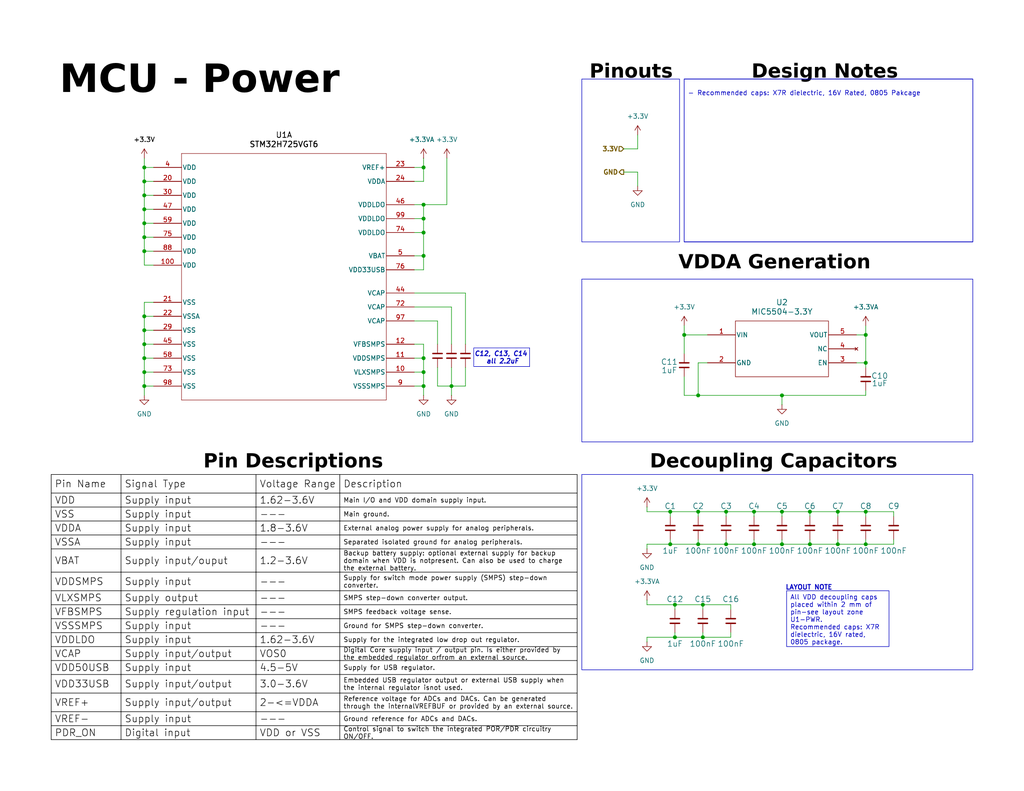
<source format=kicad_sch>
(kicad_sch (version 20250114) (generator "eeschema") (generator_version "9.0")
  (paper "USLetter")
  (title_block (title "${BOARD_NAME}") (date "2025-04-07") (rev "${REVISION}") (company "${DESIGNER}"))
  (lib_symbols
    (symbol "local-cap:Kemet-0805-Cap" (pin_names (offset 0.254))
      (property "Reference" "C" (at 3.048 2.54 0))
      (property "Value" "val" (at 3.048 -2.54 0))
      (symbol "Kemet-0805-Cap_1_1"
        (polyline (pts (xy 2.54 -1.27) (xy 2.54 1.27)) (stroke (width 0.381)))
        (polyline (pts (xy 3.81 -1.27) (xy 3.81 1.27)) (stroke (width 0.381)))
        (pin bidirectional line (at 0 0 0) (length 2.54) (name "") (number "1"))
        (pin bidirectional line (at 6.35 0 180) (length 2.54) (name "") (number "2"))
      )
      (symbol "Kemet-0805-Cap_1_2"
        (polyline (pts (xy -1.905 -3.4798) (xy 1.905 -3.4798)) (stroke (width 0.2032)))
        (polyline (pts (xy -1.905 -4.1148) (xy 1.905 -4.1148)) (stroke (width 0.2032)))
        (polyline (pts (xy 0 -2.54) (xy 0 -3.4798)) (stroke (width 0.2032)))
        (polyline (pts (xy 0 -4.1148) (xy 0 -5.08)) (stroke (width 0.2032)))
        (pin unspecified line (at 0 0 270) (length 2.54) (name "") (number "1"))
        (pin unspecified line (at 0 -7.62 90) (length 2.54) (name "") (number "2"))
      )
    )
    (symbol "local-ldo:MIC5504-3.3YM5-TR" (pin_names (offset 0.254))
      (property "Reference" "U" (at 20.32 3.81 0))
      (property "Value" "MIC5504-3.3Y" (at 20.32 1.27 0))
      (symbol "MIC5504-3.3YM5-TR_0_1"
        (pin input line (at 0 -3.81 0) (length 7.62) (name "VIN") (number "1"))
        (pin power_in line (at 0 -11.43 0) (length 7.62) (name "GND") (number "2"))
        (pin output line (at 40.64 -3.81 180) (length 7.62) (name "VOUT") (number "5"))
        (pin no_connect line (at 40.64 -7.62 180) (length 7.62) (name "NC") (number "4"))
        (pin input line (at 40.64 -11.43 180) (length 7.62) (name "EN") (number "3"))
      )
      (symbol "MIC5504-3.3YM5-TR_1_1"
        (rectangle (start 7.62 0) (end 33.02 -15.24))
      )
    )
    (symbol "local-mcu:STM32H725VGT6" (pin_names (offset 0.254))
      (property "Reference" "U" (at 28.194 4.318 0))
      (property "Value" "STM32H725VGT6" (at 28.194 1.778 0))
      (symbol "STM32H725VGT6_1_1"
        (polyline (pts (xy 0 0) (xy 0 -67.31)) (stroke (width 0.127)))
        (polyline (pts (xy 0 -67.31) (xy 55.88 -67.31)) (stroke (width 0.127)))
        (polyline (pts (xy 55.88 0) (xy 0 0)) (stroke (width 0.127)))
        (polyline (pts (xy 55.88 -67.31) (xy 55.88 0)) (stroke (width 0.127)))
        (pin power_in line (at -7.62 -3.81 0) (length 7.62) (name "VDD") (number "4"))
        (pin power_in line (at -7.62 -7.62 0) (length 7.62) (name "VDD") (number "20"))
        (pin power_in line (at -7.62 -11.43 0) (length 7.62) (name "VDD") (number "30"))
        (pin power_in line (at -7.62 -15.24 0) (length 7.62) (name "VDD") (number "47"))
        (pin power_in line (at -7.62 -19.05 0) (length 7.62) (name "VDD") (number "59"))
        (pin power_in line (at -7.62 -22.86 0) (length 7.62) (name "VDD") (number "75"))
        (pin power_in line (at -7.62 -26.67 0) (length 7.62) (name "VDD") (number "88"))
        (pin power_in line (at -7.62 -30.48 0) (length 7.62) (name "VDD") (number "100"))
        (pin power_out line (at -7.62 -40.64 0) (length 7.62) (name "VSS") (number "21"))
        (pin power_out line (at -7.62 -44.45 0) (length 7.62) (name "VSSA") (number "22"))
        (pin power_out line (at -7.62 -48.26 0) (length 7.62) (name "VSS") (number "29"))
        (pin power_out line (at -7.62 -52.07 0) (length 7.62) (name "VSS") (number "45"))
        (pin power_out line (at -7.62 -55.88 0) (length 7.62) (name "VSS") (number "58"))
        (pin power_out line (at -7.62 -59.69 0) (length 7.62) (name "VSS") (number "73"))
        (pin power_out line (at -7.62 -63.5 0) (length 7.62) (name "VSS") (number "98"))
        (pin power_in line (at 63.5 -3.81 180) (length 7.62) (name "VREF+") (number "23"))
        (pin power_in line (at 63.5 -7.62 180) (length 7.62) (name "VDDA") (number "24"))
        (pin power_in line (at 63.5 -13.97 180) (length 7.62) (name "VDDLDO") (number "46"))
        (pin power_in line (at 63.5 -17.78 180) (length 7.62) (name "VDDLDO") (number "99"))
        (pin power_in line (at 63.5 -21.59 180) (length 7.62) (name "VDDLDO") (number "74"))
        (pin power_in line (at 63.5 -27.94 180) (length 7.62) (name "VBAT") (number "5"))
        (pin power_in line (at 63.5 -31.75 180) (length 7.62) (name "VDD33USB") (number "76"))
        (pin power_in line (at 63.5 -38.1 180) (length 7.62) (name "VCAP") (number "44"))
        (pin power_in line (at 63.5 -41.91 180) (length 7.62) (name "VCAP") (number "72"))
        (pin power_in line (at 63.5 -45.72 180) (length 7.62) (name "VCAP") (number "97"))
        (pin power_in line (at 63.5 -52.07 180) (length 7.62) (name "VFBSMPS") (number "12"))
        (pin power_in line (at 63.5 -55.88 180) (length 7.62) (name "VDDSMPS") (number "11"))
        (pin power_in line (at 63.5 -59.69 180) (length 7.62) (name "VLXSMPS") (number "10"))
        (pin power_out line (at 63.5 -63.5 180) (length 7.62) (name "VSSSMPS") (number "9"))
      )
      (symbol "STM32H725VGT6_2_1"
        (rectangle (start 7.62 0) (end 45.72 -21.59))
        (pin bidirectional line (at 0 -3.81 0) (length 7.62) (name "PC14-OSC32_IN") (number "7"))
        (pin bidirectional line (at 0 -7.62 0) (length 7.62) (name "PC15-OSC32_OUT") (number "8"))
        (pin bidirectional line (at 0 -13.97 0) (length 7.62) (name "PH0-OSC_IN") (number "13"))
        (pin bidirectional line (at 0 -17.78 0) (length 7.62) (name "PH1-OSC_OUT") (number "14"))
        (pin input line (at 53.34 -3.81 180) (length 7.62) (name "BOOT0") (number "94"))
        (pin bidirectional line (at 53.34 -7.62 180) (length 7.62) (name "NRST") (number "15"))
        (pin bidirectional line (at 71.12 -58.42 180) (length 7.62) (name "SWCLK-PA14") (number "77"))
        (pin bidirectional line (at 71.12 -73.66 180) (length 7.62) (name "SWDIO-PA13") (number "71"))
        (pin bidirectional line (at 71.12 -86.36 180) (length 7.62) (name "MCO1-PA8") (number "66"))
        (pin bidirectional line (at 71.12 -88.9 180) (length 7.62) (name "I2S_CKIN-MCO2-PC9") (number "65"))
      )
      (symbol "STM32H725VGT6_3_1"
        (pin bidirectional line (at 0 0 0) (length 7.62) (name "PE2") (number "1"))
        (pin bidirectional line (at 0 -2.54 0) (length 7.62) (name "PE4") (number "2"))
        (pin bidirectional line (at 0 -5.08 0) (length 7.62) (name "PE5") (number "3"))
        (pin bidirectional line (at 0 -12.7 0) (length 7.62) (name "PC13") (number "6"))
        (pin bidirectional line (at 0 -38.1 0) (length 7.62) (name "PC0") (number "16"))
        (pin bidirectional line (at 0 -40.64 0) (length 7.62) (name "PC1") (number "17"))
        (pin bidirectional line (at 0 -43.18 0) (length 7.62) (name "PC2_C") (number "18"))
        (pin bidirectional line (at 0 -45.72 0) (length 7.62) (name "PC3_C") (number "19"))
        (pin bidirectional line (at 0 -60.96 0) (length 7.62) (name "PA0") (number "25"))
        (pin bidirectional line (at 0 -63.5 0) (length 7.62) (name "PA1") (number "26"))
        (pin bidirectional line (at 0 -66.04 0) (length 7.62) (name "PA2") (number "27"))
        (pin bidirectional line (at 0 -68.58 0) (length 7.62) (name "PA3") (number "28"))
        (pin bidirectional line (at 0 -76.2 0) (length 7.62) (name "PA4") (number "31"))
        (pin bidirectional line (at 0 -78.74 0) (length 7.62) (name "PA5") (number "32"))
        (pin bidirectional line (at 0 -81.28 0) (length 7.62) (name "PA6") (number "33"))
        (pin bidirectional line (at 0 -83.82 0) (length 7.62) (name "PA7") (number "34"))
        (pin bidirectional line (at 0 -86.36 0) (length 7.62) (name "PC4") (number "35"))
        (pin bidirectional line (at 0 -88.9 0) (length 7.62) (name "PC5") (number "36"))
        (pin bidirectional line (at 0 -91.44 0) (length 7.62) (name "PB0") (number "37"))
        (pin bidirectional line (at 0 -93.98 0) (length 7.62) (name "PB1") (number "38"))
        (pin bidirectional line (at 0 -96.52 0) (length 7.62) (name "PB2") (number "39"))
        (pin bidirectional line (at 0 -99.06 0) (length 7.62) (name "PE7") (number "40"))
        (pin bidirectional line (at 0 -101.6 0) (length 7.62) (name "PE8") (number "41"))
        (pin bidirectional line (at 0 -104.14 0) (length 7.62) (name "PB10") (number "42"))
        (pin bidirectional line (at 0 -106.68 0) (length 7.62) (name "PB11") (number "43"))
        (pin bidirectional line (at 0 -119.38 0) (length 7.62) (name "PB12") (number "48"))
        (pin bidirectional line (at 0 -121.92 0) (length 7.62) (name "PB13") (number "49"))
        (pin bidirectional line (at 0 -124.46 0) (length 7.62) (name "PB14") (number "50"))
        (pin bidirectional line (at 71.12 -10.16 180) (length 7.62) (name "PB9") (number "96"))
        (pin bidirectional line (at 71.12 -12.7 180) (length 7.62) (name "PB8") (number "95"))
        (pin bidirectional line (at 71.12 -17.78 180) (length 7.62) (name "PB7") (number "93"))
        (pin bidirectional line (at 71.12 -20.32 180) (length 7.62) (name "PB6") (number "92"))
        (pin bidirectional line (at 71.12 -22.86 180) (length 7.62) (name "PB5") (number "91"))
        (pin bidirectional line (at 71.12 -25.4 180) (length 7.62) (name "PB4") (number "90"))
        (pin bidirectional line (at 71.12 -27.94 180) (length 7.62) (name "PB3") (number "89"))
        (pin bidirectional line (at 71.12 -33.02 180) (length 7.62) (name "PD5") (number "87"))
        (pin bidirectional line (at 71.12 -35.56 180) (length 7.62) (name "PD4") (number "86"))
        (pin bidirectional line (at 71.12 -38.1 180) (length 7.62) (name "PD3") (number "85"))
        (pin bidirectional line (at 71.12 -40.64 180) (length 7.62) (name "PD2") (number "84"))
        (pin bidirectional line (at 71.12 -43.18 180) (length 7.62) (name "PD1") (number "83"))
        (pin bidirectional line (at 71.12 -45.72 180) (length 7.62) (name "PD0") (number "82"))
        (pin bidirectional line (at 71.12 -48.26 180) (length 7.62) (name "PC12") (number "81"))
        (pin bidirectional line (at 71.12 -50.8 180) (length 7.62) (name "PC11") (number "80"))
        (pin bidirectional line (at 71.12 -53.34 180) (length 7.62) (name "PC10") (number "79"))
        (pin bidirectional line (at 71.12 -55.88 180) (length 7.62) (name "PA15") (number "78"))
        (pin bidirectional line (at 71.12 -76.2 180) (length 7.62) (name "PA12") (number "70"))
        (pin bidirectional line (at 71.12 -78.74 180) (length 7.62) (name "PA11") (number "69"))
        (pin bidirectional line (at 71.12 -81.28 180) (length 7.62) (name "PA10") (number "68"))
        (pin bidirectional line (at 71.12 -83.82 180) (length 7.62) (name "PA9") (number "67"))
        (pin bidirectional line (at 71.12 -91.44 180) (length 7.62) (name "PC8") (number "64"))
        (pin bidirectional line (at 71.12 -93.98 180) (length 7.62) (name "PC7") (number "63"))
        (pin bidirectional line (at 71.12 -96.52 180) (length 7.62) (name "PC6") (number "62"))
        (pin bidirectional line (at 71.12 -99.06 180) (length 7.62) (name "PD15") (number "61"))
        (pin bidirectional line (at 71.12 -101.6 180) (length 7.62) (name "PD14") (number "60"))
        (pin bidirectional line (at 71.12 -109.22 180) (length 7.62) (name "PD13") (number "57"))
        (pin bidirectional line (at 71.12 -111.76 180) (length 7.62) (name "PD12") (number "56"))
        (pin bidirectional line (at 71.12 -114.3 180) (length 7.62) (name "PD11") (number "55"))
        (pin bidirectional line (at 71.12 -116.84 180) (length 7.62) (name "PD10") (number "54"))
        (pin bidirectional line (at 71.12 -119.38 180) (length 7.62) (name "PD9") (number "53"))
        (pin bidirectional line (at 71.12 -121.92 180) (length 7.62) (name "PD8") (number "52"))
        (pin bidirectional line (at 71.12 -124.46 180) (length 7.62) (name "PB15") (number "51"))
      )
    )
    (symbol "power:+3.3V" (power) (pin_numbers (hide yes)) (pin_names (offset 0) (hide yes))
      (property "Value" "+3.3V" (at 0 3.556 0))
      (symbol "+3.3V_0_1"
        (polyline (pts (xy -0.762 1.27) (xy 0 2.54)))
        (polyline (pts (xy 0 2.54) (xy 0.762 1.27)))
        (polyline (pts (xy 0 0) (xy 0 2.54)))
      )
      (symbol "+3.3V_1_1"
        (pin power_in line (at 0 0 90) (length 0) (name "~") (number "1"))
      )
    )
    (symbol "power:+3.3VA" (power) (pin_numbers (hide yes)) (pin_names (offset 0) (hide yes))
      (property "Value" "+3.3VA" (at 0 3.556 0))
      (symbol "+3.3VA_0_1"
        (polyline (pts (xy -0.762 1.27) (xy 0 2.54)))
        (polyline (pts (xy 0 2.54) (xy 0.762 1.27)))
        (polyline (pts (xy 0 0) (xy 0 2.54)))
      )
      (symbol "+3.3VA_1_1"
        (pin power_in line (at 0 0 90) (length 0) (name "~") (number "1"))
      )
    )
    (symbol "power:GND" (power) (pin_numbers (hide yes)) (pin_names (offset 0) (hide yes))
      (property "Value" "GND" (at 0 -3.81 0))
      (symbol "GND_0_1"
        (polyline (pts (xy 0 0) (xy 0 -1.27) (xy 1.27 -1.27) (xy 0 -2.54) (xy -1.27 -1.27) (xy 0 -1.27)))
      )
      (symbol "GND_1_1"
        (pin power_in line (at 0 0 270) (length 0) (name "~") (number "1"))
      )
    )
  )
  (rectangle (start 129.286 94.996) (end 144.526 100.076) (fill (type color) (color 255 255 255 1)))
  (rectangle (start 158.75 129.54) (end 265.43 182.88))
  (rectangle (start 186.69 21.59) (end 265.43 66.04))
  (rectangle (start 158.75 76.2) (end 265.43 120.65))
  (rectangle (start 158.75 21.59) (end 185.42 66.04))
  (text "MCU - Power" (exclude_from_sim yes) (at 16.256 24.13 0) (effects (font (size 7.62 7.62) (thickness 0.254) (bold yes)) (justify left)))
  (text "Pin Descriptions" (exclude_from_sim yes) (at 80.01 127.254 0) (effects (font (size 3.81 3.81) (thickness 1.016) (bold yes))))
  (text "Decoupling Capacitors" (exclude_from_sim yes) (at 211.074 127.254 0) (effects (font (size 3.81 3.81) (thickness 1.016) (bold yes))))
  (text "VDDA Generation" (exclude_from_sim yes) (at 211.328 72.898 0) (effects (font (size 3.81 3.81) (thickness 1.016) (bold yes))))
  (text "Design Notes" (exclude_from_sim yes) (at 225.044 20.828 0) (effects (font (size 3.81 3.81) (thickness 1.016) (bold yes))))
  (text "Pinouts" (exclude_from_sim yes) (at 172.212 20.828 0) (effects (font (size 3.81 3.81) (thickness 1.016) (bold yes))))
  (text "LAYOUT NOTE" (at 220.726 160.528 0) (effects (font (size 1.27 1.27) (thickness 0.254) (bold yes))))
  (text "C12, C13, C14 \nall 2.2uF" (at 137.16 97.79 0) (effects (font (size 1.27 1.27) (thickness 0.254) (bold yes) (italic yes))))
  (text_box "All VDD decoupling caps placed within 2 mm of pin-see layout zone U1-PWR.\nRecommended caps: X7R dielectric, 16V rated, 0805 package." (at 214.63 161.29 0) (size 27.94 15.24) (margins 0.9525 0.9525 0.9525 0.9525) (effects (font (size 1.27 1.27) (thickness 0.1588)) (justify left top)))
  (text_box "\n- Recommended caps: X7R dielectric, 16V Rated, 0805 Pakcage" (exclude_from_sim yes) (at 186.69 21.59 0) (size 78.74 44.45) (margins 0.9525 0.9525 0.9525 0.9525) (effects (font (size 1.27 1.27) (thickness 0.1588)) (justify left top)))
  (junction (at 198.12 139.7))
  (junction (at 191.77 173.99))
  (junction (at 190.5 107.95))
  (junction (at 213.36 148.59))
  (junction (at 39.37 93.98))
  (junction (at 213.36 107.95))
  (junction (at 115.57 101.6))
  (junction (at 190.5 139.7))
  (junction (at 123.19 105.41))
  (junction (at 115.57 45.72))
  (junction (at 115.57 105.41))
  (junction (at 220.98 148.59))
  (junction (at 115.57 63.5))
  (junction (at 39.37 90.17))
  (junction (at 191.77 165.1))
  (junction (at 115.57 55.88))
  (junction (at 39.37 68.58))
  (junction (at 182.88 148.59))
  (junction (at 39.37 60.96))
  (junction (at 182.88 139.7))
  (junction (at 228.6 139.7))
  (junction (at 236.22 139.7))
  (junction (at 115.57 59.69))
  (junction (at 39.37 45.72))
  (junction (at 115.57 69.85))
  (junction (at 184.15 173.99))
  (junction (at 39.37 64.77))
  (junction (at 39.37 86.36))
  (junction (at 39.37 97.79))
  (junction (at 213.36 139.7))
  (junction (at 228.6 148.59))
  (junction (at 39.37 101.6))
  (junction (at 39.37 53.34))
  (junction (at 115.57 97.79))
  (junction (at 236.22 99.06))
  (junction (at 186.69 91.44))
  (junction (at 39.37 105.41))
  (junction (at 236.22 148.59))
  (junction (at 220.98 139.7))
  (junction (at 236.22 91.44))
  (junction (at 39.37 49.53))
  (junction (at 39.37 57.15))
  (junction (at 184.15 165.1))
  (junction (at 205.74 139.7))
  (junction (at 205.74 148.59))
  (junction (at 198.12 148.59))
  (junction (at 190.5 148.59))
  (wire (pts (xy 115.57 69.85) (xy 113.03 69.85)))
  (wire (pts (xy 115.57 55.88) (xy 115.57 59.69)))
  (wire (pts (xy 182.88 148.59) (xy 190.5 148.59)))
  (wire (pts (xy 39.37 105.41) (xy 39.37 107.95)))
  (wire (pts (xy 198.12 148.59) (xy 205.74 148.59)))
  (wire (pts (xy 115.57 43.18) (xy 115.57 45.72)))
  (wire (pts (xy 39.37 45.72) (xy 39.37 49.53)))
  (wire (pts (xy 236.22 106.68) (xy 236.22 107.95)))
  (wire (pts (xy 113.03 73.66) (xy 115.57 73.66)))
  (wire (pts (xy 39.37 101.6) (xy 39.37 97.79)))
  (wire (pts (xy 191.77 166.37) (xy 191.77 165.1)))
  (wire (pts (xy 113.03 63.5) (xy 115.57 63.5)))
  (wire (pts (xy 186.69 107.95) (xy 190.5 107.95)))
  (wire (pts (xy 115.57 105.41) (xy 115.57 107.95)))
  (wire (pts (xy 39.37 43.18) (xy 39.37 45.72)))
  (wire (pts (xy 41.91 53.34) (xy 39.37 53.34)))
  (wire (pts (xy 213.36 107.95) (xy 213.36 110.49)))
  (wire (pts (xy 39.37 86.36) (xy 41.91 86.36)))
  (wire (pts (xy 113.03 83.82) (xy 123.19 83.82)))
  (wire (pts (xy 213.36 139.7) (xy 220.98 139.7)))
  (wire (pts (xy 41.91 93.98) (xy 39.37 93.98)))
  (wire (pts (xy 123.19 105.41) (xy 123.19 107.95)))
  (wire (pts (xy 115.57 105.41) (xy 115.57 101.6)))
  (wire (pts (xy 176.53 165.1) (xy 184.15 165.1)))
  (wire (pts (xy 190.5 139.7) (xy 198.12 139.7)))
  (wire (pts (xy 127 80.01) (xy 127 93.98)))
  (wire (pts (xy 173.99 40.64) (xy 170.18 40.64)))
  (wire (pts (xy 198.12 139.7) (xy 205.74 139.7)))
  (wire (pts (xy 191.77 172.72) (xy 191.77 173.99)))
  (wire (pts (xy 115.57 93.98) (xy 115.57 97.79)))
  (wire (pts (xy 182.88 147.32) (xy 182.88 148.59)))
  (wire (pts (xy 213.36 140.97) (xy 213.36 139.7)))
  (wire (pts (xy 186.69 102.87) (xy 186.69 107.95)))
  (wire (pts (xy 182.88 140.97) (xy 182.88 139.7)))
  (wire (pts (xy 113.03 105.41) (xy 115.57 105.41)))
  (wire (pts (xy 39.37 60.96) (xy 39.37 64.77)))
  (wire (pts (xy 173.99 36.83) (xy 173.99 40.64)))
  (wire (pts (xy 243.84 147.32) (xy 243.84 148.59)))
  (wire (pts (xy 119.38 105.41) (xy 123.19 105.41)))
  (wire (pts (xy 39.37 93.98) (xy 39.37 90.17)))
  (wire (pts (xy 113.03 93.98) (xy 115.57 93.98)))
  (wire (pts (xy 41.91 49.53) (xy 39.37 49.53)))
  (wire (pts (xy 115.57 59.69) (xy 113.03 59.69)))
  (wire (pts (xy 199.39 166.37) (xy 199.39 165.1)))
  (wire (pts (xy 176.53 173.99) (xy 176.53 175.26)))
  (wire (pts (xy 113.03 45.72) (xy 115.57 45.72)))
  (wire (pts (xy 199.39 172.72) (xy 199.39 173.99)))
  (wire (pts (xy 193.04 99.06) (xy 190.5 99.06)))
  (wire (pts (xy 190.5 148.59) (xy 198.12 148.59)))
  (wire (pts (xy 213.36 107.95) (xy 236.22 107.95)))
  (wire (pts (xy 41.91 57.15) (xy 39.37 57.15)))
  (wire (pts (xy 236.22 99.06) (xy 236.22 100.33)))
  (wire (pts (xy 228.6 147.32) (xy 228.6 148.59)))
  (wire (pts (xy 198.12 140.97) (xy 198.12 139.7)))
  (wire (pts (xy 236.22 140.97) (xy 236.22 139.7)))
  (wire (pts (xy 41.91 64.77) (xy 39.37 64.77)))
  (wire (pts (xy 184.15 173.99) (xy 191.77 173.99)))
  (wire (pts (xy 228.6 139.7) (xy 236.22 139.7)))
  (wire (pts (xy 39.37 53.34) (xy 39.37 57.15)))
  (wire (pts (xy 113.03 101.6) (xy 115.57 101.6)))
  (wire (pts (xy 39.37 97.79) (xy 39.37 93.98)))
  (wire (pts (xy 115.57 63.5) (xy 115.57 69.85)))
  (wire (pts (xy 190.5 99.06) (xy 190.5 107.95)))
  (wire (pts (xy 115.57 55.88) (xy 121.92 55.88)))
  (wire (pts (xy 41.91 72.39) (xy 39.37 72.39)))
  (wire (pts (xy 236.22 139.7) (xy 243.84 139.7)))
  (wire (pts (xy 205.74 148.59) (xy 213.36 148.59)))
  (wire (pts (xy 39.37 82.55) (xy 39.37 86.36)))
  (wire (pts (xy 198.12 147.32) (xy 198.12 148.59)))
  (wire (pts (xy 41.91 60.96) (xy 39.37 60.96)))
  (wire (pts (xy 39.37 49.53) (xy 39.37 53.34)))
  (wire (pts (xy 113.03 80.01) (xy 127 80.01)))
  (wire (pts (xy 121.92 43.18) (xy 121.92 55.88)))
  (wire (pts (xy 199.39 165.1) (xy 191.77 165.1)))
  (wire (pts (xy 228.6 148.59) (xy 236.22 148.59)))
  (wire (pts (xy 41.91 82.55) (xy 39.37 82.55)))
  (wire (pts (xy 205.74 147.32) (xy 205.74 148.59)))
  (wire (pts (xy 193.04 91.44) (xy 186.69 91.44)))
  (wire (pts (xy 186.69 91.44) (xy 186.69 96.52)))
  (wire (pts (xy 39.37 105.41) (xy 39.37 101.6)))
  (wire (pts (xy 41.91 90.17) (xy 39.37 90.17)))
  (wire (pts (xy 39.37 72.39) (xy 39.37 68.58)))
  (wire (pts (xy 127 100.33) (xy 127 105.41)))
  (wire (pts (xy 115.57 97.79) (xy 113.03 97.79)))
  (wire (pts (xy 176.53 138.43) (xy 176.53 139.7)))
  (wire (pts (xy 243.84 140.97) (xy 243.84 139.7)))
  (wire (pts (xy 213.36 148.59) (xy 220.98 148.59)))
  (wire (pts (xy 205.74 140.97) (xy 205.74 139.7)))
  (wire (pts (xy 182.88 139.7) (xy 190.5 139.7)))
  (wire (pts (xy 205.74 139.7) (xy 213.36 139.7)))
  (wire (pts (xy 119.38 87.63) (xy 119.38 93.98)))
  (wire (pts (xy 236.22 99.06) (xy 233.68 99.06)))
  (wire (pts (xy 113.03 87.63) (xy 119.38 87.63)))
  (wire (pts (xy 41.91 105.41) (xy 39.37 105.41)))
  (wire (pts (xy 236.22 91.44) (xy 236.22 99.06)))
  (wire (pts (xy 184.15 172.72) (xy 184.15 173.99)))
  (wire (pts (xy 123.19 100.33) (xy 123.19 105.41)))
  (wire (pts (xy 115.57 49.53) (xy 115.57 45.72)))
  (wire (pts (xy 184.15 165.1) (xy 191.77 165.1)))
  (wire (pts (xy 115.57 101.6) (xy 115.57 97.79)))
  (wire (pts (xy 190.5 107.95) (xy 213.36 107.95)))
  (wire (pts (xy 199.39 173.99) (xy 191.77 173.99)))
  (wire (pts (xy 176.53 163.83) (xy 176.53 165.1)))
  (wire (pts (xy 39.37 64.77) (xy 39.37 68.58)))
  (wire (pts (xy 39.37 68.58) (xy 41.91 68.58)))
  (wire (pts (xy 123.19 83.82) (xy 123.19 93.98)))
  (wire (pts (xy 176.53 148.59) (xy 182.88 148.59)))
  (wire (pts (xy 41.91 97.79) (xy 39.37 97.79)))
  (wire (pts (xy 115.57 73.66) (xy 115.57 69.85)))
  (wire (pts (xy 176.53 173.99) (xy 184.15 173.99)))
  (wire (pts (xy 190.5 139.7) (xy 190.5 140.97)))
  (wire (pts (xy 39.37 90.17) (xy 39.37 86.36)))
  (polyline (pts (xy 218.44 21.59) (xy 222.25 21.59)) (stroke (width 0.508) (type solid) (color 255 255 255 1)))
  (wire (pts (xy 228.6 140.97) (xy 228.6 139.7)))
  (wire (pts (xy 173.99 46.99) (xy 170.18 46.99)))
  (wire (pts (xy 113.03 49.53) (xy 115.57 49.53)))
  (wire (pts (xy 190.5 148.59) (xy 190.5 147.32)))
  (wire (pts (xy 186.69 88.9) (xy 186.69 91.44)))
  (wire (pts (xy 236.22 88.9) (xy 236.22 91.44)))
  (wire (pts (xy 184.15 166.37) (xy 184.15 165.1)))
  (wire (pts (xy 41.91 101.6) (xy 39.37 101.6)))
  (wire (pts (xy 113.03 55.88) (xy 115.57 55.88)))
  (wire (pts (xy 233.68 91.44) (xy 236.22 91.44)))
  (wire (pts (xy 220.98 139.7) (xy 228.6 139.7)))
  (wire (pts (xy 220.98 148.59) (xy 228.6 148.59)))
  (wire (pts (xy 213.36 147.32) (xy 213.36 148.59)))
  (wire (pts (xy 123.19 105.41) (xy 127 105.41)))
  (wire (pts (xy 220.98 140.97) (xy 220.98 139.7)))
  (wire (pts (xy 41.91 45.72) (xy 39.37 45.72)))
  (wire (pts (xy 220.98 147.32) (xy 220.98 148.59)))
  (wire (pts (xy 173.99 50.8) (xy 173.99 46.99)))
  (wire (pts (xy 115.57 63.5) (xy 115.57 59.69)))
  (wire (pts (xy 176.53 139.7) (xy 182.88 139.7)))
  (wire (pts (xy 176.53 148.59) (xy 176.53 149.86)))
  (wire (pts (xy 236.22 148.59) (xy 243.84 148.59)))
  (wire (pts (xy 236.22 147.32) (xy 236.22 148.59)))
  (wire (pts (xy 119.38 100.33) (xy 119.38 105.41)))
  (wire (pts (xy 39.37 57.15) (xy 39.37 60.96)))
  (table (column_count 4) (border (external yes) (header yes) (stroke (width 0) (color 0 0 0 1))) (separators (rows yes) (cols yes) (stroke (width 0) (color 0 0 0 1))) (column_widths 19.05 36.83 22.86 64.77) (row_heights 5.08 3.81 3.81 3.81 3.81 6.35 5.08 3.81 3.81 3.81 3.81 3.81 3.81 5.08 5.08 3.81 3.81) (cells (table_cell "Pin Name" (at 13.97 129.54 0) (size 19.05 5.08) (margins 0.9525 0.9525 0.9525 0.9525) (span 1 1)) (table_cell "Signal Type" (at 33.02 129.54 0) (size 36.83 5.08) (margins 0.9525 0.9525 0.9525 0.9525) (span 1 1)) (table_cell "Voltage Range" (at 69.85 129.54 0) (size 22.86 5.08) (margins 0.9525 0.9525 0.9525 0.9525) (span 1 1)) (table_cell "Description" (at 92.71 129.54 0) (size 64.77 5.08) (margins 0.9525 0.9525 0.9525 0.9525) (span 1 1)) (table_cell "VDD" (at 13.97 134.62 0) (size 19.05 3.81) (margins 0.9525 0.9525 0.9525 0.9525) (span 1 1)) (table_cell "Supply input" (at 33.02 134.62 0) (size 36.83 3.81) (margins 0.9525 0.9525 0.9525 0.9525) (span 1 1)) (table_cell "1.62-3.6V" (at 69.85 134.62 0) (size 22.86 3.81) (margins 0.9525 0.9525 0.9525 0.9525) (span 1 1)) (table_cell "Main I/O and VDD domain supply input." (at 92.71 134.62 0) (size 64.77 3.81) (margins 0.9525 0.9525 0.9525 0.9525) (span 1 1)) (table_cell "VSS" (at 13.97 138.43 0) (size 19.05 3.81) (margins 0.9525 0.9525 0.9525 0.9525) (span 1 1)) (table_cell "Supply input" (at 33.02 138.43 0) (size 36.83 3.81) (margins 0.9525 0.9525 0.9525 0.9525) (span 1 1)) (table_cell "---" (at 69.85 138.43 0) (size 22.86 3.81) (margins 0.9525 0.9525 0.9525 0.9525) (span 1 1)) (table_cell "Main ground." (at 92.71 138.43 0) (size 64.77 3.81) (margins 0.9525 0.9525 0.9525 0.9525) (span 1 1)) (table_cell "VDDA" (at 13.97 142.24 0) (size 19.05 3.81) (margins 0.9525 0.9525 0.9525 0.9525) (span 1 1)) (table_cell "Supply input" (at 33.02 142.24 0) (size 36.83 3.81) (margins 0.9525 0.9525 0.9525 0.9525) (span 1 1)) (table_cell "1.8-3.6V" (at 69.85 142.24 0) (size 22.86 3.81) (margins 0.9525 0.9525 0.9525 0.9525) (span 1 1)) (table_cell "External analog power supply for analog peripherals." (at 92.71 142.24 0) (size 64.77 3.81) (margins 0.9525 0.9525 0.9525 0.9525) (span 1 1)) (table_cell "VSSA" (at 13.97 146.05 0) (size 19.05 3.81) (margins 0.9525 0.9525 0.9525 0.9525) (span 1 1)) (table_cell "Supply input" (at 33.02 146.05 0) (size 36.83 3.81) (margins 0.9525 0.9525 0.9525 0.9525) (span 1 1)) (table_cell "---" (at 69.85 146.05 0) (size 22.86 3.81) (margins 0.9525 0.9525 0.9525 0.9525) (span 1 1)) (table_cell "Separated isolated ground for analog peripherals." (at 92.71 146.05 0) (size 64.77 3.81) (margins 0.9525 0.9525 0.9525 0.9525) (span 1 1)) (table_cell "VBAT" (at 13.97 149.86 0) (size 19.05 6.35) (margins 0.9525 0.9525 0.9525 0.9525) (span 1 1)) (table_cell "Supply input/ouput" (at 33.02 149.86 0) (size 36.83 6.35) (margins 0.9525 0.9525 0.9525 0.9525) (span 1 1)) (table_cell "1.2-3.6V" (at 69.85 149.86 0) (size 22.86 6.35) (margins 0.9525 0.9525 0.9525 0.9525) (span 1 1)) (table_cell "Backup battery supply: optional external supply for backup domain when VDD is notpresent. Can also be used to charge the external battery." (at 92.71 149.86 0) (size 64.77 6.35) (margins 0.9525 0.9525 0.9525 0.9525) (span 1 1)) (table_cell "VDDSMPS" (at 13.97 156.21 0) (size 19.05 5.08) (margins 0.9525 0.9525 0.9525 0.9525) (span 1 1)) (table_cell "Supply input" (at 33.02 156.21 0) (size 36.83 5.08) (margins 0.9525 0.9525 0.9525 0.9525) (span 1 1)) (table_cell "---" (at 69.85 156.21 0) (size 22.86 5.08) (margins 0.9525 0.9525 0.9525 0.9525) (span 1 1)) (table_cell "Supply for switch mode power supply (SMPS) step-down converter." (at 92.71 156.21 0) (size 64.77 5.08) (margins 0.9525 0.9525 0.9525 0.9525) (span 1 1)) (table_cell "VLXSMPS" (at 13.97 161.29 0) (size 19.05 3.81) (margins 0.9525 0.9525 0.9525 0.9525) (span 1 1)) (table_cell "Supply output" (at 33.02 161.29 0) (size 36.83 3.81) (margins 0.9525 0.9525 0.9525 0.9525) (span 1 1)) (table_cell "---" (at 69.85 161.29 0) (size 22.86 3.81) (margins 0.9525 0.9525 0.9525 0.9525) (span 1 1)) (table_cell "SMPS step-down converter output." (at 92.71 161.29 0) (size 64.77 3.81) (margins 0.9525 0.9525 0.9525 0.9525) (span 1 1)) (table_cell "VFBSMPS" (at 13.97 165.1 0) (size 19.05 3.81) (margins 0.9525 0.9525 0.9525 0.9525) (span 1 1)) (table_cell "Supply regulation input" (at 33.02 165.1 0) (size 36.83 3.81) (margins 0.9525 0.9525 0.9525 0.9525) (span 1 1)) (table_cell "---" (at 69.85 165.1 0) (size 22.86 3.81) (margins 0.9525 0.9525 0.9525 0.9525) (span 1 1)) (table_cell "SMPS feedback voltage sense." (at 92.71 165.1 0) (size 64.77 3.81) (margins 0.9525 0.9525 0.9525 0.9525) (span 1 1)) (table_cell "VSSSMPS" (at 13.97 168.91 0) (size 19.05 3.81) (margins 0.9525 0.9525 0.9525 0.9525) (span 1 1)) (table_cell "Supply input" (at 33.02 168.91 0) (size 36.83 3.81) (margins 0.9525 0.9525 0.9525 0.9525) (span 1 1)) (table_cell "---" (at 69.85 168.91 0) (size 22.86 3.81) (margins 0.9525 0.9525 0.9525 0.9525) (span 1 1)) (table_cell "Ground for SMPS step-down converter." (at 92.71 168.91 0) (size 64.77 3.81) (margins 0.9525 0.9525 0.9525 0.9525) (span 1 1)) (table_cell "VDDLDO" (at 13.97 172.72 0) (size 19.05 3.81) (margins 0.9525 0.9525 0.9525 0.9525) (span 1 1)) (table_cell "Supply input" (at 33.02 172.72 0) (size 36.83 3.81) (margins 0.9525 0.9525 0.9525 0.9525) (span 1 1)) (table_cell "1.62-3.6V" (at 69.85 172.72 0) (size 22.86 3.81) (margins 0.9525 0.9525 0.9525 0.9525) (span 1 1)) (table_cell "Supply for the integrated low drop out regulator." (at 92.71 172.72 0) (size 64.77 3.81) (margins 0.9525 0.9525 0.9525 0.9525) (span 1 1)) (table_cell "VCAP" (at 13.97 176.53 0) (size 19.05 3.81) (margins 0.9525 0.9525 0.9525 0.9525) (span 1 1)) (table_cell "Supply input/output" (at 33.02 176.53 0) (size 36.83 3.81) (margins 0.9525 0.9525 0.9525 0.9525) (span 1 1)) (table_cell "VOS0" (at 69.85 176.53 0) (size 22.86 3.81) (margins 0.9525 0.9525 0.9525 0.9525) (span 1 1)) (table_cell "Digital Core supply input / output pin. Is either provided by the embedded regulator orfrom an external source." (at 92.71 176.53 0) (size 64.77 3.81) (margins 0.9525 0.9525 0.9525 0.9525) (span 1 1)) (table_cell "VDD50USB" (at 13.97 180.34 0) (size 19.05 3.81) (margins 0.9525 0.9525 0.9525 0.9525) (span 1 1)) (table_cell "Supply input" (at 33.02 180.34 0) (size 36.83 3.81) (margins 0.9525 0.9525 0.9525 0.9525) (span 1 1)) (table_cell "4.5-5V" (at 69.85 180.34 0) (size 22.86 3.81) (margins 0.9525 0.9525 0.9525 0.9525) (span 1 1)) (table_cell "Supply for USB regulator." (at 92.71 180.34 0) (size 64.77 3.81) (margins 0.9525 0.9525 0.9525 0.9525) (span 1 1)) (table_cell "VDD33USB" (at 13.97 184.15 0) (size 19.05 5.08) (margins 0.9525 0.9525 0.9525 0.9525) (span 1 1)) (table_cell "Supply input/output" (at 33.02 184.15 0) (size 36.83 5.08) (margins 0.9525 0.9525 0.9525 0.9525) (span 1 1)) (table_cell "3.0-3.6V" (at 69.85 184.15 0) (size 22.86 5.08) (margins 0.9525 0.9525 0.9525 0.9525) (span 1 1)) (table_cell "Embedded USB regulator output or external USB supply when the internal regulator isnot used." (at 92.71 184.15 0) (size 64.77 5.08) (margins 0.9525 0.9525 0.9525 0.9525) (span 1 1)) (table_cell "VREF+" (at 13.97 189.23 0) (size 19.05 5.08) (margins 0.9525 0.9525 0.9525 0.9525) (span 1 1)) (table_cell "Supply input/output" (at 33.02 189.23 0) (size 36.83 5.08) (margins 0.9525 0.9525 0.9525 0.9525) (span 1 1)) (table_cell "2-<=VDDA" (at 69.85 189.23 0) (size 22.86 5.08) (margins 0.9525 0.9525 0.9525 0.9525) (span 1 1)) (table_cell "Reference voltage for ADCs and DACs. Can be generated through the internalVREFBUF or provided by an external source." (at 92.71 189.23 0) (size 64.77 5.08) (margins 0.9525 0.9525 0.9525 0.9525) (span 1 1)) (table_cell "VREF-" (at 13.97 194.31 0) (size 19.05 3.81) (margins 0.9525 0.9525 0.9525 0.9525) (span 1 1)) (table_cell "Supply input" (at 33.02 194.31 0) (size 36.83 3.81) (margins 0.9525 0.9525 0.9525 0.9525) (span 1 1)) (table_cell "---" (at 69.85 194.31 0) (size 22.86 3.81) (margins 0.9525 0.9525 0.9525 0.9525) (span 1 1)) (table_cell "Ground reference for ADCs and DACs." (at 92.71 194.31 0) (size 64.77 3.81) (margins 0.9525 0.9525 0.9525 0.9525) (span 1 1)) (table_cell "PDR_ON" (at 13.97 198.12 0) (size 19.05 3.81) (margins 0.9525 0.9525 0.9525 0.9525) (span 1 1)) (table_cell "Digital input" (at 33.02 198.12 0) (size 36.83 3.81) (margins 0.9525 0.9525 0.9525 0.9525) (span 1 1)) (table_cell "VDD or VSS" (at 69.85 198.12 0) (size 22.86 3.81) (margins 0.9525 0.9525 0.9525 0.9525) (span 1 1)) (table_cell "Control signal to switch the integrated POR/PDR circuitry ON/OFF." (at 92.71 198.12 0) (size 64.77 3.81) (margins 0.9525 0.9525 0.9525 0.9525) (span 1 1))))
  (hierarchical_label "GND" (shape output) (at 170.18 46.99 180) (effects (font (thickness 0.254) (bold yes))))
  (hierarchical_label "3.3V" (shape input) (at 170.18 40.64 180) (effects (font (thickness 0.254) (bold yes))))
  (symbol (lib_id "power:+3.3V") (at 39.37 43.18 0) (unit 1)
    (property "Reference" "#PWR02" (effects (hide yes)))
    (property "Value" "+3.3V" (at 39.37 38.1 0))
    (property "Description" "Power symbol creates a global label with name \"+3.3V\"" (effects (hide yes)))
  )
  (symbol (lib_id "local-cap:Kemet-0805-Cap") (at 123.19 100.33 90) (unit 1)
    (property "Reference" "C13" (effects (hide yes)))
    (property "Value" "2.2uF" (effects (hide yes)))
    (property "Footprint" "CAPC220145_88N_KEM" (effects (hide yes)))
    (property "Datasheet" "${KIPRJMOD}/docs/kemet_0805_100nf_x7r_cap.pdf" (effects (hide yes)))
    (property "Description" "KEMET 0805 X7R Capacitor" (effects (hide yes)))
    (property "Manufacture" "KEMET" (effects (hide yes)))
    (property "Manufacturer Part Number" "C0805C104K4RACTU" (effects (hide yes)))
    (property "Supplier" "Digikey" (effects (hide yes)))
    (property "Supplier Part Number" "C0805C104K4RACTU" (effects (hide yes)))
  )
  (symbol (lib_id "local-cap:Kemet-0805-Cap") (at 243.84 147.32 90) (unit 1)
    (property "Reference" "C9" (at 243.84 138.176 90) (effects (font (size 1.524 1.524))))
    (property "Value" "100nF" (at 243.84 150.368 90) (effects (font (size 1.524 1.524))))
    (property "Footprint" "CAPC220145_88N_KEM" (effects (hide yes)))
    (property "Datasheet" "${KIPRJMOD}/docs/kemet_0805_100nf_x7r_cap.pdf" (effects (hide yes)))
    (property "Description" "KEMET 0805 X7R Capacitor" (effects (hide yes)))
    (property "Manufacture" "KEMET" (effects (hide yes)))
    (property "Manufacturer Part Number" "C0805C104K4RACTU" (effects (hide yes)))
    (property "Supplier" "Digikey" (effects (hide yes)))
    (property "Supplier Part Number" "C0805C104K4RACTU" (effects (hide yes)))
  )
  (symbol (lib_id "power:GND") (at 39.37 107.95 0) (unit 1)
    (property "Reference" "#PWR01" (effects (hide yes)))
    (property "Value" "GND" (at 39.37 113.03 0))
    (property "Description" "Power symbol creates a global label with name \"GND\" , ground" (effects (hide yes)))
  )
  (symbol (lib_id "local-cap:Kemet-0805-Cap") (at 190.5 147.32 90) (unit 1)
    (property "Reference" "C2" (at 190.5 138.176 90) (effects (font (size 1.524 1.524))))
    (property "Value" "100nF" (at 190.5 150.368 90) (effects (font (size 1.524 1.524))))
    (property "Footprint" "CAPC220145_88N_KEM" (effects (hide yes)))
    (property "Datasheet" "${KIPRJMOD}/docs/kemet_0805_100nf_x7r_cap.pdf" (effects (hide yes)))
    (property "Description" "KEMET 0805 X7R Capacitor" (effects (hide yes)))
    (property "Manufacture" "KEMET" (effects (hide yes)))
    (property "Manufacturer Part Number" "C0805C104K4RACTU" (effects (hide yes)))
    (property "Supplier" "Digikey" (effects (hide yes)))
    (property "Supplier Part Number" "C0805C104K4RACTU" (effects (hide yes)))
  )
  (symbol (lib_id "local-cap:Kemet-0805-Cap") (at 236.22 106.68 90) (unit 1)
    (property "Reference" "C10" (at 240.03 102.616 90) (effects (font (size 1.524 1.524))))
    (property "Value" "1uF" (at 240.03 104.648 90) (effects (font (size 1.524 1.524))))
    (property "Footprint" "CAPC220145_88N_KEM" (effects (hide yes)))
    (property "Datasheet" "${KIPRJMOD}/docs/kemet_0805_100nf_x7r_cap.pdf" (effects (hide yes)))
    (property "Description" "KEMET 0805 X7R Capacitor" (effects (hide yes)))
    (property "Manufacture" "KEMET" (effects (hide yes)))
    (property "Manufacturer Part Number" "C0805C104K4RACTU" (effects (hide yes)))
    (property "Supplier" "Digikey" (effects (hide yes)))
    (property "Supplier Part Number" "C0805C104K4RACTU" (effects (hide yes)))
  )
  (symbol (lib_id "local-cap:Kemet-0805-Cap") (at 236.22 147.32 90) (unit 1)
    (property "Reference" "C8" (at 236.22 138.176 90) (effects (font (size 1.524 1.524))))
    (property "Value" "100nF" (at 236.22 150.368 90) (effects (font (size 1.524 1.524))))
    (property "Footprint" "CAPC220145_88N_KEM" (effects (hide yes)))
    (property "Datasheet" "${KIPRJMOD}/docs/kemet_0805_100nf_x7r_cap.pdf" (effects (hide yes)))
    (property "Description" "KEMET 0805 X7R Capacitor" (effects (hide yes)))
    (property "Manufacture" "KEMET" (effects (hide yes)))
    (property "Manufacturer Part Number" "C0805C104K4RACTU" (effects (hide yes)))
    (property "Supplier" "Digikey" (effects (hide yes)))
    (property "Supplier Part Number" "C0805C104K4RACTU" (effects (hide yes)))
  )
  (symbol (lib_id "power:+3.3VA") (at 176.53 163.83 0) (unit 1)
    (property "Reference" "#PWR012" (effects (hide yes)))
    (property "Value" "+3.3VA" (at 176.53 158.75 0))
    (property "Description" "Power symbol creates a global label with name \"+3.3VA\"" (effects (hide yes)))
  )
  (symbol (lib_id "local-cap:Kemet-0805-Cap") (at 213.36 147.32 90) (unit 1)
    (property "Reference" "C5" (at 213.36 138.176 90) (effects (font (size 1.524 1.524))))
    (property "Value" "100nF" (at 213.36 150.368 90) (effects (font (size 1.524 1.524))))
    (property "Footprint" "CAPC220145_88N_KEM" (effects (hide yes)))
    (property "Datasheet" "${KIPRJMOD}/docs/kemet_0805_100nf_x7r_cap.pdf" (effects (hide yes)))
    (property "Description" "KEMET 0805 X7R Capacitor" (effects (hide yes)))
    (property "Manufacture" "KEMET" (effects (hide yes)))
    (property "Manufacturer Part Number" "C0805C104K4RACTU" (effects (hide yes)))
    (property "Supplier" "Digikey" (effects (hide yes)))
    (property "Supplier Part Number" "C0805C104K4RACTU" (effects (hide yes)))
  )
  (symbol (lib_id "power:+3.3V") (at 173.99 36.83 0) (unit 1)
    (property "Reference" "#PWR014" (effects (hide yes)))
    (property "Value" "+3.3V" (at 173.99 31.75 0))
    (property "Description" "Power symbol creates a global label with name \"+3.3V\"" (effects (hide yes)))
  )
  (symbol (lib_id "local-ldo:MIC5504-3.3YM5-TR") (at 193.04 87.63 0) (unit 1)
    (property "Reference" "U2" (at 213.36 82.55 0) (effects (font (size 1.524 1.524))))
    (property "Value" "MIC5504-3.3Y" (at 213.36 85.09 0) (effects (font (size 1.524 1.524))))
    (property "Footprint" "SOT-23-5_MC_MCH" (effects (hide yes)))
    (property "Datasheet" "${KIPRJMOD}/docs/mic5504-3.3V.pdf" (effects (hide yes)))
    (property "Description" "3.3V LDO" (effects (hide yes)))
    (property "Manufaturer" "Microchip Technology" (effects (hide yes)))
    (property "Manufaturer Part Number" "MIC5504-3.3YM5-TR" (effects (hide yes)))
    (property "Supplier" "Digikey" (effects (hide yes)))
    (property "Supplier Part Number" "MIC5504-3.3YM5-TR" (effects (hide yes)))
  )
  (symbol (lib_id "local-mcu:STM32H725VGT6") (at 49.53 41.91 0) (unit 1)
    (property "Reference" "U1" (at 77.47 36.83 0) (effects (font (size 1.524 1.524))))
    (property "Value" "STM32H725VGT6" (at 77.47 39.37 0) (effects (font (size 1.524 1.524) (thickness 0.1905))))
    (property "Footprint" "local-mcu:STM32H725VGT6_LQFP100_14X14M" (effects (hide yes)))
    (property "Datasheet" "${KIPRJMOD}/docs/stm32h725vgt6.pdf" (effects (hide yes)))
    (property "Description" "STM32H7 32BIT 1MB FLASH" (effects (hide yes)))
    (property "Supplier" "Digi-Key" (effects (hide yes)))
    (property "Supplier Part Number" "497-STM32H725VGT6-ND" (effects (hide yes)))
    (property "Package" "100LQFP" (effects (hide yes)))
  )
  (symbol (lib_id "local-cap:Kemet-0805-Cap") (at 198.12 147.32 90) (unit 1)
    (property "Reference" "C3" (at 198.12 138.176 90) (effects (font (size 1.524 1.524))))
    (property "Value" "100nF" (at 198.12 150.368 90) (effects (font (size 1.524 1.524))))
    (property "Footprint" "CAPC220145_88N_KEM" (effects (hide yes)))
    (property "Datasheet" "${KIPRJMOD}/docs/kemet_0805_100nf_x7r_cap.pdf" (effects (hide yes)))
    (property "Description" "KEMET 0805 X7R Capacitor" (effects (hide yes)))
    (property "Manufacture" "KEMET" (effects (hide yes)))
    (property "Manufacturer Part Number" "C0805C104K4RACTU" (effects (hide yes)))
    (property "Supplier" "Digikey" (effects (hide yes)))
    (property "Supplier Part Number" "C0805C104K4RACTU" (effects (hide yes)))
  )
  (symbol (lib_id "power:+3.3V") (at 176.53 138.43 0) (unit 1)
    (property "Reference" "#PWR04" (effects (hide yes)))
    (property "Value" "+3.3V" (at 176.53 133.35 0))
    (property "Description" "Power symbol creates a global label with name \"+3.3V\"" (effects (hide yes)))
  )
  (symbol (lib_id "local-cap:Kemet-0805-Cap") (at 184.15 172.72 90) (unit 1)
    (property "Reference" "C12" (at 184.15 163.576 90) (effects (font (size 1.524 1.524))))
    (property "Value" "1uF" (at 184.15 175.768 90) (effects (font (size 1.524 1.524))))
    (property "Footprint" "CAPC220145_88N_KEM" (effects (hide yes)))
    (property "Datasheet" "${KIPRJMOD}/docs/kemet_0805_100nf_x7r_cap.pdf" (effects (hide yes)))
    (property "Description" "KEMET 0805 X7R Capacitor" (effects (hide yes)))
    (property "Manufacture" "KEMET" (effects (hide yes)))
    (property "Manufacturer Part Number" "C0805C104K4RACTU" (effects (hide yes)))
    (property "Supplier" "Digikey" (effects (hide yes)))
    (property "Supplier Part Number" "C0805C104K4RACTU" (effects (hide yes)))
  )
  (symbol (lib_id "local-cap:Kemet-0805-Cap") (at 191.77 172.72 90) (unit 1)
    (property "Reference" "C15" (at 191.77 163.576 90) (effects (font (size 1.524 1.524))))
    (property "Value" "100nF" (at 191.77 175.768 90) (effects (font (size 1.524 1.524))))
    (property "Footprint" "CAPC220145_88N_KEM" (effects (hide yes)))
    (property "Datasheet" "${KIPRJMOD}/docs/kemet_0805_100nf_x7r_cap.pdf" (effects (hide yes)))
    (property "Description" "KEMET 0805 X7R Capacitor" (effects (hide yes)))
    (property "Manufacture" "KEMET" (effects (hide yes)))
    (property "Manufacturer Part Number" "C0805C104K4RACTU" (effects (hide yes)))
    (property "Supplier" "Digikey" (effects (hide yes)))
    (property "Supplier Part Number" "C0805C104K4RACTU" (effects (hide yes)))
  )
  (symbol (lib_id "local-cap:Kemet-0805-Cap") (at 186.69 96.52 270) (unit 1)
    (property "Reference" "C11" (at 182.626 98.806 90) (effects (font (size 1.524 1.524))))
    (property "Value" "1uF" (at 182.626 101.092 90) (effects (font (size 1.524 1.524))))
    (property "Footprint" "CAPC220145_88N_KEM" (effects (hide yes)))
    (property "Datasheet" "${KIPRJMOD}/docs/kemet_0805_100nf_x7r_cap.pdf" (effects (hide yes)))
    (property "Description" "KEMET 0805 X7R Capacitor" (effects (hide yes)))
    (property "Manufacture" "KEMET" (effects (hide yes)))
    (property "Manufacturer Part Number" "C0805C104K4RACTU" (effects (hide yes)))
    (property "Supplier" "Digikey" (effects (hide yes)))
    (property "Supplier Part Number" "C0805C104K4RACTU" (effects (hide yes)))
  )
  (symbol (lib_id "power:GND") (at 213.36 110.49 0) (unit 1)
    (property "Reference" "#PWR06" (effects (hide yes)))
    (property "Value" "GND" (at 213.36 115.57 0))
    (property "Description" "Power symbol creates a global label with name \"GND\" , ground" (effects (hide yes)))
  )
  (symbol (lib_id "power:GND") (at 123.19 107.95 0) (unit 1)
    (property "Reference" "#PWR011" (effects (hide yes)))
    (property "Value" "GND" (at 123.19 113.03 0))
    (property "Description" "Power symbol creates a global label with name \"GND\" , ground" (effects (hide yes)))
  )
  (symbol (lib_id "local-cap:Kemet-0805-Cap") (at 127 100.33 90) (unit 1)
    (property "Reference" "C14" (effects (hide yes)))
    (property "Value" "2.2uF" (effects (hide yes)))
    (property "Footprint" "CAPC220145_88N_KEM" (effects (hide yes)))
    (property "Datasheet" "${KIPRJMOD}/docs/kemet_0805_100nf_x7r_cap.pdf" (effects (hide yes)))
    (property "Description" "KEMET 0805 X7R Capacitor" (effects (hide yes)))
    (property "Manufacture" "KEMET" (effects (hide yes)))
    (property "Manufacturer Part Number" "C0805C104K4RACTU" (effects (hide yes)))
    (property "Supplier" "Digikey" (effects (hide yes)))
    (property "Supplier Part Number" "C0805C104K4RACTU" (effects (hide yes)))
  )
  (symbol (lib_id "power:GND") (at 176.53 175.26 0) (unit 1)
    (property "Reference" "#PWR013" (effects (hide yes)))
    (property "Value" "GND" (at 176.53 180.34 0))
    (property "Description" "Power symbol creates a global label with name \"GND\" , ground" (effects (hide yes)))
  )
  (symbol (lib_id "power:GND") (at 115.57 107.95 0) (unit 1)
    (property "Reference" "#PWR03" (effects (hide yes)))
    (property "Value" "GND" (at 115.57 113.03 0))
    (property "Description" "Power symbol creates a global label with name \"GND\" , ground" (effects (hide yes)))
  )
  (symbol (lib_id "local-cap:Kemet-0805-Cap") (at 228.6 147.32 90) (unit 1)
    (property "Reference" "C7" (at 228.6 138.176 90) (effects (font (size 1.524 1.524))))
    (property "Value" "100nF" (at 228.6 150.368 90) (effects (font (size 1.524 1.524))))
    (property "Footprint" "CAPC220145_88N_KEM" (effects (hide yes)))
    (property "Datasheet" "${KIPRJMOD}/docs/kemet_0805_100nf_x7r_cap.pdf" (effects (hide yes)))
    (property "Description" "KEMET 0805 X7R Capacitor" (effects (hide yes)))
    (property "Manufacture" "KEMET" (effects (hide yes)))
    (property "Manufacturer Part Number" "C0805C104K4RACTU" (effects (hide yes)))
    (property "Supplier" "Digikey" (effects (hide yes)))
    (property "Supplier Part Number" "C0805C104K4RACTU" (effects (hide yes)))
  )
  (symbol (lib_id "local-cap:Kemet-0805-Cap") (at 199.39 172.72 90) (unit 1)
    (property "Reference" "C16" (at 199.39 163.576 90) (effects (font (size 1.524 1.524))))
    (property "Value" "100nF" (at 199.39 175.768 90) (effects (font (size 1.524 1.524))))
    (property "Footprint" "CAPC220145_88N_KEM" (effects (hide yes)))
    (property "Datasheet" "${KIPRJMOD}/docs/kemet_0805_100nf_x7r_cap.pdf" (effects (hide yes)))
    (property "Description" "KEMET 0805 X7R Capacitor" (effects (hide yes)))
    (property "Manufacture" "KEMET" (effects (hide yes)))
    (property "Manufacturer Part Number" "C0805C104K4RACTU" (effects (hide yes)))
    (property "Supplier" "Digikey" (effects (hide yes)))
    (property "Supplier Part Number" "C0805C104K4RACTU" (effects (hide yes)))
  )
  (symbol (lib_id "power:GND") (at 173.99 50.8 0) (unit 1)
    (property "Reference" "#PWR015" (effects (hide yes)))
    (property "Value" "GND" (at 173.99 55.88 0))
    (property "Description" "Power symbol creates a global label with name \"GND\" , ground" (effects (hide yes)))
  )
  (symbol (lib_id "local-cap:Kemet-0805-Cap") (at 119.38 100.33 90) (unit 1)
    (property "Reference" "C12,C13,C14 all 2.2uF1" (effects (hide yes)))
    (property "Value" "2.2uF" (effects (hide yes)))
    (property "Footprint" "CAPC220145_88N_KEM" (effects (hide yes)))
    (property "Datasheet" "${KIPRJMOD}/docs/kemet_0805_100nf_x7r_cap.pdf" (effects (hide yes)))
    (property "Description" "KEMET 0805 X7R Capacitor" (effects (hide yes)))
    (property "Manufacture" "KEMET" (effects (hide yes)))
    (property "Manufacturer Part Number" "C0805C104K4RACTU" (effects (hide yes)))
    (property "Supplier" "Digikey" (effects (hide yes)))
    (property "Supplier Part Number" "C0805C104K4RACTU" (effects (hide yes)))
  )
  (symbol (lib_id "local-cap:Kemet-0805-Cap") (at 182.88 147.32 90) (unit 1)
    (property "Reference" "C1" (at 182.88 138.176 90) (effects (font (size 1.524 1.524))))
    (property "Value" "1uF" (at 182.88 150.368 90) (effects (font (size 1.524 1.524))))
    (property "Footprint" "CAPC220145_88N_KEM" (effects (hide yes)))
    (property "Datasheet" "${KIPRJMOD}/docs/kemet_0805_100nf_x7r_cap.pdf" (effects (hide yes)))
    (property "Description" "KEMET 0805 X7R Capacitor" (effects (hide yes)))
    (property "Manufacture" "KEMET" (effects (hide yes)))
    (property "Manufacturer Part Number" "C0805C104K4RACTU" (effects (hide yes)))
    (property "Supplier" "Digikey" (effects (hide yes)))
    (property "Supplier Part Number" "C0805C104K4RACTU" (effects (hide yes)))
  )
  (symbol (lib_id "power:+3.3V") (at 186.69 88.9 0) (unit 1)
    (property "Reference" "#PWR07" (effects (hide yes)))
    (property "Value" "+3.3V" (at 186.69 83.82 0))
    (property "Description" "Power symbol creates a global label with name \"+3.3V\"" (effects (hide yes)))
  )
  (symbol (lib_id "power:+3.3V") (at 121.92 43.18 0) (unit 1)
    (property "Reference" "#PWR010" (effects (hide yes)))
    (property "Value" "+3.3V" (at 121.92 38.1 0))
    (property "Description" "Power symbol creates a global label with name \"+3.3V\"" (effects (hide yes)))
  )
  (symbol (lib_id "local-cap:Kemet-0805-Cap") (at 205.74 147.32 90) (unit 1)
    (property "Reference" "C4" (at 205.74 138.176 90) (effects (font (size 1.524 1.524))))
    (property "Value" "100nF" (at 205.74 150.368 90) (effects (font (size 1.524 1.524))))
    (property "Footprint" "CAPC220145_88N_KEM" (effects (hide yes)))
    (property "Datasheet" "${KIPRJMOD}/docs/kemet_0805_100nf_x7r_cap.pdf" (effects (hide yes)))
    (property "Description" "KEMET 0805 X7R Capacitor" (effects (hide yes)))
    (property "Manufacture" "KEMET" (effects (hide yes)))
    (property "Manufacturer Part Number" "C0805C104K4RACTU" (effects (hide yes)))
    (property "Supplier" "Digikey" (effects (hide yes)))
    (property "Supplier Part Number" "C0805C104K4RACTU" (effects (hide yes)))
  )
  (symbol (lib_id "local-cap:Kemet-0805-Cap") (at 220.98 147.32 90) (unit 1)
    (property "Reference" "C6" (at 220.98 138.176 90) (effects (font (size 1.524 1.524))))
    (property "Value" "100nF" (at 220.98 150.368 90) (effects (font (size 1.524 1.524))))
    (property "Footprint" "CAPC220145_88N_KEM" (effects (hide yes)))
    (property "Datasheet" "${KIPRJMOD}/docs/kemet_0805_100nf_x7r_cap.pdf" (effects (hide yes)))
    (property "Description" "KEMET 0805 X7R Capacitor" (effects (hide yes)))
    (property "Manufacture" "KEMET" (effects (hide yes)))
    (property "Manufacturer Part Number" "C0805C104K4RACTU" (effects (hide yes)))
    (property "Supplier" "Digikey" (effects (hide yes)))
    (property "Supplier Part Number" "C0805C104K4RACTU" (effects (hide yes)))
  )
  (symbol (lib_id "power:+3.3VA") (at 115.57 43.18 0) (unit 1)
    (property "Reference" "#PWR09" (effects (hide yes)))
    (property "Value" "+3.3VA" (at 115.062 38.1 0))
    (property "Description" "Power symbol creates a global label with name \"+3.3VA\"" (effects (hide yes)))
  )
  (symbol (lib_id "power:GND") (at 176.53 149.86 0) (unit 1)
    (property "Reference" "#PWR05" (effects (hide yes)))
    (property "Value" "GND" (at 176.53 154.94 0))
    (property "Description" "Power symbol creates a global label with name \"GND\" , ground" (effects (hide yes)))
  )
  (symbol (lib_id "power:+3.3VA") (at 236.22 88.9 0) (unit 1)
    (property "Reference" "#PWR08" (effects (hide yes)))
    (property "Value" "+3.3VA" (at 236.22 83.82 0))
    (property "Description" "Power symbol creates a global label with name \"+3.3VA\"" (effects (hide yes)))
  )
)
</source>
